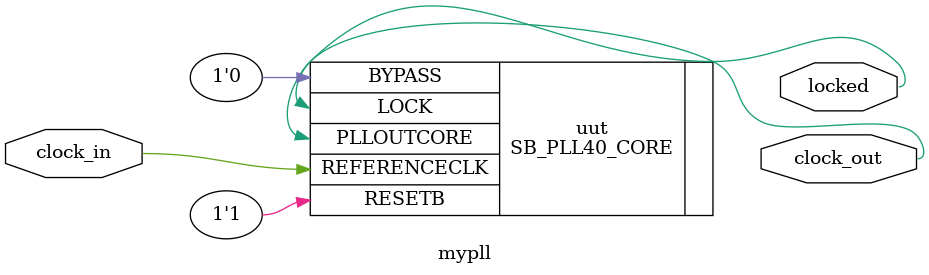
<source format=sv>
/**
 * PLL configuration
 *
 * This Verilog module was generated automatically
 * using the icepll tool from the IceStorm project.
 * Use at your own risk.
 *
 * Given input frequency:        12.000 MHz
 * Requested output frequency:   25.175 MHz
 * Achieved output frequency:    25.125 MHz
 */

module mypll (
    input  clock_in,
    output clock_out,
    output locked
);

    SB_PLL40_CORE #(
        .FEEDBACK_PATH("SIMPLE"),
        .DIVR(4'b0000),  // DIVR =  0
        .DIVF(7'b1000010),  // DIVF = 66
        .DIVQ(3'b101),  // DIVQ =  5
        .FILTER_RANGE(3'b001)  // FILTER_RANGE = 1
    ) uut (
        .LOCK(locked),
        .RESETB(1'b1),
        .BYPASS(1'b0),
        .REFERENCECLK(clock_in),
        .PLLOUTCORE(clock_out)
    );

endmodule

</source>
